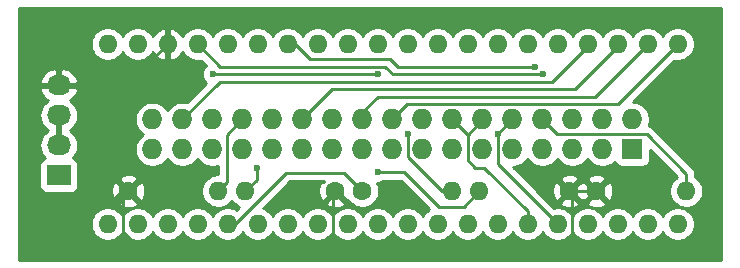
<source format=gbr>
G04 #@! TF.GenerationSoftware,KiCad,Pcbnew,(5.1.6-0-10_14)*
G04 #@! TF.CreationDate,2021-01-24T08:44:23+01:00*
G04 #@! TF.ProjectId,GW,47572e6b-6963-4616-945f-706362585858,rev?*
G04 #@! TF.SameCoordinates,Original*
G04 #@! TF.FileFunction,Copper,L1,Top*
G04 #@! TF.FilePolarity,Positive*
%FSLAX46Y46*%
G04 Gerber Fmt 4.6, Leading zero omitted, Abs format (unit mm)*
G04 Created by KiCad (PCBNEW (5.1.6-0-10_14)) date 2021-01-24 08:44:23*
%MOMM*%
%LPD*%
G01*
G04 APERTURE LIST*
G04 #@! TA.AperFunction,ComponentPad*
%ADD10O,1.600000X1.600000*%
G04 #@! TD*
G04 #@! TA.AperFunction,ComponentPad*
%ADD11R,2.032000X1.727200*%
G04 #@! TD*
G04 #@! TA.AperFunction,ComponentPad*
%ADD12O,2.032000X1.727200*%
G04 #@! TD*
G04 #@! TA.AperFunction,ComponentPad*
%ADD13R,1.727200X1.727200*%
G04 #@! TD*
G04 #@! TA.AperFunction,ComponentPad*
%ADD14O,1.727200X1.727200*%
G04 #@! TD*
G04 #@! TA.AperFunction,ComponentPad*
%ADD15C,1.600000*%
G04 #@! TD*
G04 #@! TA.AperFunction,ViaPad*
%ADD16C,0.600000*%
G04 #@! TD*
G04 #@! TA.AperFunction,Conductor*
%ADD17C,0.250000*%
G04 #@! TD*
G04 #@! TA.AperFunction,Conductor*
%ADD18C,0.500000*%
G04 #@! TD*
G04 #@! TA.AperFunction,Conductor*
%ADD19C,0.254000*%
G04 #@! TD*
G04 APERTURE END LIST*
D10*
X173355000Y-97790000D03*
X170815000Y-97790000D03*
X168275000Y-97790000D03*
X165735000Y-97790000D03*
X163195000Y-97790000D03*
X160655000Y-97790000D03*
X158115000Y-97790000D03*
X155575000Y-97790000D03*
X153035000Y-97790000D03*
X150495000Y-97790000D03*
X147955000Y-97790000D03*
X145415000Y-97790000D03*
X142875000Y-97790000D03*
X140335000Y-97790000D03*
X137795000Y-97790000D03*
X135255000Y-97790000D03*
X132715000Y-97790000D03*
X130175000Y-97790000D03*
X127635000Y-97790000D03*
X125095000Y-97790000D03*
X125095000Y-113030000D03*
X127635000Y-113030000D03*
X130175000Y-113030000D03*
X132715000Y-113030000D03*
X135255000Y-113030000D03*
X137795000Y-113030000D03*
X140335000Y-113030000D03*
X142875000Y-113030000D03*
X145415000Y-113030000D03*
X147955000Y-113030000D03*
X150495000Y-113030000D03*
X153035000Y-113030000D03*
X155575000Y-113030000D03*
X158115000Y-113030000D03*
X160655000Y-113030000D03*
X163195000Y-113030000D03*
X165735000Y-113030000D03*
X168275000Y-113030000D03*
X170815000Y-113030000D03*
X173355000Y-113030000D03*
D11*
X120967500Y-108902500D03*
D12*
X120967500Y-106362500D03*
X120967500Y-103822500D03*
X120967500Y-101282500D03*
D13*
X169514000Y-106692840D03*
D14*
X169514000Y-104152840D03*
X166974000Y-106692840D03*
X166974000Y-104152840D03*
X164434000Y-106692840D03*
X164434000Y-104152840D03*
X161894000Y-106692840D03*
X161894000Y-104152840D03*
X159354000Y-106692840D03*
X159354000Y-104152840D03*
X156814000Y-106692840D03*
X156814000Y-104152840D03*
X154274000Y-106692840D03*
X154274000Y-104152840D03*
X151734000Y-106692840D03*
X151734000Y-104152840D03*
X149194000Y-106692840D03*
X149194000Y-104152840D03*
X146654000Y-106692840D03*
X146654000Y-104152840D03*
X144114000Y-106692840D03*
X144114000Y-104152840D03*
X141574000Y-106692840D03*
X141574000Y-104152840D03*
X139034000Y-106692840D03*
X139034000Y-104152840D03*
X136494000Y-106692840D03*
X136494000Y-104152840D03*
X133954000Y-106692840D03*
X133954000Y-104152840D03*
X131414000Y-106692840D03*
X131414000Y-104152840D03*
X128874000Y-106692840D03*
X128874000Y-104152840D03*
D15*
X146659600Y-110236000D03*
D10*
X154279600Y-110236000D03*
D15*
X166471600Y-110236000D03*
D10*
X174091600Y-110236000D03*
X136753600Y-110236000D03*
D15*
X144373600Y-110236000D03*
X126847600Y-110236000D03*
D10*
X134467600Y-110236000D03*
X156565600Y-110236000D03*
D15*
X164185600Y-110236000D03*
D16*
X158115000Y-105410000D03*
X161290000Y-99695000D03*
X137718802Y-108305600D03*
X133985000Y-100330000D03*
X147955000Y-100330000D03*
X147955000Y-108585000D03*
X161925000Y-100330000D03*
X150495000Y-105410000D03*
D17*
X143900000Y-110490000D02*
X144145000Y-110735000D01*
X164185600Y-110236000D02*
X166471600Y-110236000D01*
X126682500Y-101282500D02*
X130175000Y-97790000D01*
X120967500Y-101282500D02*
X126682500Y-101282500D01*
X126644400Y-110439200D02*
X126847600Y-110236000D01*
X126060200Y-110439200D02*
X126644400Y-110439200D01*
X125628400Y-110871000D02*
X126060200Y-110439200D01*
X118884700Y-101282500D02*
X118592600Y-101574600D01*
X119202200Y-110871000D02*
X125628400Y-110871000D01*
X118592600Y-110261400D02*
X119202200Y-110871000D01*
X118592600Y-101574600D02*
X118592600Y-110261400D01*
X120967500Y-101282500D02*
X118884700Y-101282500D01*
X143778802Y-114554000D02*
X144177801Y-114155001D01*
X127228600Y-114554000D02*
X143778802Y-114554000D01*
X126365000Y-113690400D02*
X127228600Y-114554000D01*
X126365000Y-110718600D02*
X126365000Y-113690400D01*
X126847600Y-110236000D02*
X126365000Y-110718600D01*
X144170400Y-110439200D02*
X144373600Y-110236000D01*
X144170400Y-114162402D02*
X144170400Y-110439200D01*
X144177801Y-114155001D02*
X144170400Y-114162402D01*
X163830000Y-114554000D02*
X144576800Y-114554000D01*
X164439600Y-113944400D02*
X163830000Y-114554000D01*
X164439600Y-110490000D02*
X164439600Y-113944400D01*
X144576800Y-114554000D02*
X144177801Y-114155001D01*
X164185600Y-110236000D02*
X164439600Y-110490000D01*
D18*
X120967500Y-103822500D02*
X120967500Y-106362500D01*
D17*
X163195000Y-113030000D02*
X158115000Y-107950000D01*
X158115000Y-105391840D02*
X159354000Y-104152840D01*
X158115000Y-107950000D02*
X158115000Y-105391840D01*
X158115000Y-105410000D02*
X158115000Y-105391840D01*
X140335000Y-97790000D02*
X140970000Y-97790000D01*
X149675002Y-99695000D02*
X161290000Y-99695000D01*
X149040002Y-99060000D02*
X149675002Y-99695000D01*
X142240000Y-99060000D02*
X149040002Y-99060000D01*
X140970000Y-97790000D02*
X142240000Y-99060000D01*
X174091600Y-108788200D02*
X174091600Y-110236000D01*
X170731840Y-105428440D02*
X174091600Y-108788200D01*
X163169600Y-105428440D02*
X170731840Y-105428440D01*
X161894000Y-104152840D02*
X163169600Y-105428440D01*
X150476840Y-102870000D02*
X149194000Y-104152840D01*
X173355000Y-97790000D02*
X168275000Y-102870000D01*
X168275000Y-102870000D02*
X150476840Y-102870000D01*
X170815000Y-97790000D02*
X166370000Y-102235000D01*
X146654000Y-103536000D02*
X146654000Y-104152840D01*
X147955000Y-102235000D02*
X146654000Y-103536000D01*
X166370000Y-102235000D02*
X147955000Y-102235000D01*
X168275000Y-97790000D02*
X168275000Y-97974998D01*
X144126840Y-101600000D02*
X141574000Y-104152840D01*
X164649998Y-101600000D02*
X144126840Y-101600000D01*
X168275000Y-97974998D02*
X164649998Y-101600000D01*
X137718802Y-109270798D02*
X136753600Y-110236000D01*
X137718802Y-108305600D02*
X137718802Y-109270798D01*
X136494000Y-104152840D02*
X135204200Y-105442640D01*
X135204200Y-109499400D02*
X134467600Y-110236000D01*
X135204200Y-105442640D02*
X135204200Y-109499400D01*
X147955000Y-100330000D02*
X133985000Y-100330000D01*
X153187400Y-111556800D02*
X150215600Y-108585000D01*
X150215600Y-108585000D02*
X147955000Y-108585000D01*
X155244800Y-111556800D02*
X153187400Y-111556800D01*
X156565600Y-110236000D02*
X155244800Y-111556800D01*
X165735000Y-97790000D02*
X165735000Y-97974998D01*
X134601840Y-100965000D02*
X131414000Y-104152840D01*
X162744998Y-100965000D02*
X134601840Y-100965000D01*
X165735000Y-97974998D02*
X162744998Y-100965000D01*
X132715000Y-97790000D02*
X134620000Y-99695000D01*
X149225000Y-100330000D02*
X161925000Y-100330000D01*
X148590000Y-99695000D02*
X149225000Y-100330000D01*
X134620000Y-99695000D02*
X148590000Y-99695000D01*
X155575000Y-105453840D02*
X154274000Y-104152840D01*
X156814000Y-104152840D02*
X156814000Y-104214840D01*
X156814000Y-104214840D02*
X155575000Y-105453840D01*
X155575000Y-107619800D02*
X155575000Y-107111800D01*
X156235400Y-108280200D02*
X155575000Y-107619800D01*
X156997400Y-108280200D02*
X156235400Y-108280200D01*
X155575000Y-107111800D02*
X155575000Y-105453840D01*
X160655000Y-111937800D02*
X156997400Y-108280200D01*
X160655000Y-113030000D02*
X160655000Y-111937800D01*
X135839200Y-113030000D02*
X135255000Y-113030000D01*
X140208000Y-108661200D02*
X135839200Y-113030000D01*
X145084800Y-108661200D02*
X140208000Y-108661200D01*
X146659600Y-110236000D02*
X145084800Y-108661200D01*
X153390600Y-110236000D02*
X154279600Y-110236000D01*
X150495000Y-107340400D02*
X153390600Y-110236000D01*
X150495000Y-105410000D02*
X150495000Y-107340400D01*
D19*
G36*
X177038000Y-116078000D02*
G01*
X117602000Y-116078000D01*
X117602000Y-112888665D01*
X123660000Y-112888665D01*
X123660000Y-113171335D01*
X123715147Y-113448574D01*
X123823320Y-113709727D01*
X123980363Y-113944759D01*
X124180241Y-114144637D01*
X124415273Y-114301680D01*
X124676426Y-114409853D01*
X124953665Y-114465000D01*
X125236335Y-114465000D01*
X125513574Y-114409853D01*
X125774727Y-114301680D01*
X126009759Y-114144637D01*
X126209637Y-113944759D01*
X126365000Y-113712241D01*
X126520363Y-113944759D01*
X126720241Y-114144637D01*
X126955273Y-114301680D01*
X127216426Y-114409853D01*
X127493665Y-114465000D01*
X127776335Y-114465000D01*
X128053574Y-114409853D01*
X128314727Y-114301680D01*
X128549759Y-114144637D01*
X128749637Y-113944759D01*
X128905000Y-113712241D01*
X129060363Y-113944759D01*
X129260241Y-114144637D01*
X129495273Y-114301680D01*
X129756426Y-114409853D01*
X130033665Y-114465000D01*
X130316335Y-114465000D01*
X130593574Y-114409853D01*
X130854727Y-114301680D01*
X131089759Y-114144637D01*
X131289637Y-113944759D01*
X131445000Y-113712241D01*
X131600363Y-113944759D01*
X131800241Y-114144637D01*
X132035273Y-114301680D01*
X132296426Y-114409853D01*
X132573665Y-114465000D01*
X132856335Y-114465000D01*
X133133574Y-114409853D01*
X133394727Y-114301680D01*
X133629759Y-114144637D01*
X133829637Y-113944759D01*
X133985000Y-113712241D01*
X134140363Y-113944759D01*
X134340241Y-114144637D01*
X134575273Y-114301680D01*
X134836426Y-114409853D01*
X135113665Y-114465000D01*
X135396335Y-114465000D01*
X135673574Y-114409853D01*
X135934727Y-114301680D01*
X136169759Y-114144637D01*
X136369637Y-113944759D01*
X136525000Y-113712241D01*
X136680363Y-113944759D01*
X136880241Y-114144637D01*
X137115273Y-114301680D01*
X137376426Y-114409853D01*
X137653665Y-114465000D01*
X137936335Y-114465000D01*
X138213574Y-114409853D01*
X138474727Y-114301680D01*
X138709759Y-114144637D01*
X138909637Y-113944759D01*
X139065000Y-113712241D01*
X139220363Y-113944759D01*
X139420241Y-114144637D01*
X139655273Y-114301680D01*
X139916426Y-114409853D01*
X140193665Y-114465000D01*
X140476335Y-114465000D01*
X140753574Y-114409853D01*
X141014727Y-114301680D01*
X141249759Y-114144637D01*
X141449637Y-113944759D01*
X141605000Y-113712241D01*
X141760363Y-113944759D01*
X141960241Y-114144637D01*
X142195273Y-114301680D01*
X142456426Y-114409853D01*
X142733665Y-114465000D01*
X143016335Y-114465000D01*
X143293574Y-114409853D01*
X143554727Y-114301680D01*
X143789759Y-114144637D01*
X143989637Y-113944759D01*
X144145000Y-113712241D01*
X144300363Y-113944759D01*
X144500241Y-114144637D01*
X144735273Y-114301680D01*
X144996426Y-114409853D01*
X145273665Y-114465000D01*
X145556335Y-114465000D01*
X145833574Y-114409853D01*
X146094727Y-114301680D01*
X146329759Y-114144637D01*
X146529637Y-113944759D01*
X146685000Y-113712241D01*
X146840363Y-113944759D01*
X147040241Y-114144637D01*
X147275273Y-114301680D01*
X147536426Y-114409853D01*
X147813665Y-114465000D01*
X148096335Y-114465000D01*
X148373574Y-114409853D01*
X148634727Y-114301680D01*
X148869759Y-114144637D01*
X149069637Y-113944759D01*
X149225000Y-113712241D01*
X149380363Y-113944759D01*
X149580241Y-114144637D01*
X149815273Y-114301680D01*
X150076426Y-114409853D01*
X150353665Y-114465000D01*
X150636335Y-114465000D01*
X150913574Y-114409853D01*
X151174727Y-114301680D01*
X151409759Y-114144637D01*
X151609637Y-113944759D01*
X151765000Y-113712241D01*
X151920363Y-113944759D01*
X152120241Y-114144637D01*
X152355273Y-114301680D01*
X152616426Y-114409853D01*
X152893665Y-114465000D01*
X153176335Y-114465000D01*
X153453574Y-114409853D01*
X153714727Y-114301680D01*
X153949759Y-114144637D01*
X154149637Y-113944759D01*
X154305000Y-113712241D01*
X154460363Y-113944759D01*
X154660241Y-114144637D01*
X154895273Y-114301680D01*
X155156426Y-114409853D01*
X155433665Y-114465000D01*
X155716335Y-114465000D01*
X155993574Y-114409853D01*
X156254727Y-114301680D01*
X156489759Y-114144637D01*
X156689637Y-113944759D01*
X156845000Y-113712241D01*
X157000363Y-113944759D01*
X157200241Y-114144637D01*
X157435273Y-114301680D01*
X157696426Y-114409853D01*
X157973665Y-114465000D01*
X158256335Y-114465000D01*
X158533574Y-114409853D01*
X158794727Y-114301680D01*
X159029759Y-114144637D01*
X159229637Y-113944759D01*
X159385000Y-113712241D01*
X159540363Y-113944759D01*
X159740241Y-114144637D01*
X159975273Y-114301680D01*
X160236426Y-114409853D01*
X160513665Y-114465000D01*
X160796335Y-114465000D01*
X161073574Y-114409853D01*
X161334727Y-114301680D01*
X161569759Y-114144637D01*
X161769637Y-113944759D01*
X161925000Y-113712241D01*
X162080363Y-113944759D01*
X162280241Y-114144637D01*
X162515273Y-114301680D01*
X162776426Y-114409853D01*
X163053665Y-114465000D01*
X163336335Y-114465000D01*
X163613574Y-114409853D01*
X163874727Y-114301680D01*
X164109759Y-114144637D01*
X164309637Y-113944759D01*
X164465000Y-113712241D01*
X164620363Y-113944759D01*
X164820241Y-114144637D01*
X165055273Y-114301680D01*
X165316426Y-114409853D01*
X165593665Y-114465000D01*
X165876335Y-114465000D01*
X166153574Y-114409853D01*
X166414727Y-114301680D01*
X166649759Y-114144637D01*
X166849637Y-113944759D01*
X167005000Y-113712241D01*
X167160363Y-113944759D01*
X167360241Y-114144637D01*
X167595273Y-114301680D01*
X167856426Y-114409853D01*
X168133665Y-114465000D01*
X168416335Y-114465000D01*
X168693574Y-114409853D01*
X168954727Y-114301680D01*
X169189759Y-114144637D01*
X169389637Y-113944759D01*
X169545000Y-113712241D01*
X169700363Y-113944759D01*
X169900241Y-114144637D01*
X170135273Y-114301680D01*
X170396426Y-114409853D01*
X170673665Y-114465000D01*
X170956335Y-114465000D01*
X171233574Y-114409853D01*
X171494727Y-114301680D01*
X171729759Y-114144637D01*
X171929637Y-113944759D01*
X172085000Y-113712241D01*
X172240363Y-113944759D01*
X172440241Y-114144637D01*
X172675273Y-114301680D01*
X172936426Y-114409853D01*
X173213665Y-114465000D01*
X173496335Y-114465000D01*
X173773574Y-114409853D01*
X174034727Y-114301680D01*
X174269759Y-114144637D01*
X174469637Y-113944759D01*
X174626680Y-113709727D01*
X174734853Y-113448574D01*
X174790000Y-113171335D01*
X174790000Y-112888665D01*
X174734853Y-112611426D01*
X174626680Y-112350273D01*
X174469637Y-112115241D01*
X174269759Y-111915363D01*
X174034727Y-111758320D01*
X173773574Y-111650147D01*
X173496335Y-111595000D01*
X173213665Y-111595000D01*
X172936426Y-111650147D01*
X172675273Y-111758320D01*
X172440241Y-111915363D01*
X172240363Y-112115241D01*
X172085000Y-112347759D01*
X171929637Y-112115241D01*
X171729759Y-111915363D01*
X171494727Y-111758320D01*
X171233574Y-111650147D01*
X170956335Y-111595000D01*
X170673665Y-111595000D01*
X170396426Y-111650147D01*
X170135273Y-111758320D01*
X169900241Y-111915363D01*
X169700363Y-112115241D01*
X169545000Y-112347759D01*
X169389637Y-112115241D01*
X169189759Y-111915363D01*
X168954727Y-111758320D01*
X168693574Y-111650147D01*
X168416335Y-111595000D01*
X168133665Y-111595000D01*
X167856426Y-111650147D01*
X167595273Y-111758320D01*
X167360241Y-111915363D01*
X167160363Y-112115241D01*
X167005000Y-112347759D01*
X166849637Y-112115241D01*
X166649759Y-111915363D01*
X166414727Y-111758320D01*
X166153574Y-111650147D01*
X165876335Y-111595000D01*
X165593665Y-111595000D01*
X165316426Y-111650147D01*
X165055273Y-111758320D01*
X164820241Y-111915363D01*
X164620363Y-112115241D01*
X164465000Y-112347759D01*
X164309637Y-112115241D01*
X164109759Y-111915363D01*
X163874727Y-111758320D01*
X163613574Y-111650147D01*
X163336335Y-111595000D01*
X163053665Y-111595000D01*
X162871114Y-111631312D01*
X162468504Y-111228702D01*
X163372503Y-111228702D01*
X163444086Y-111472671D01*
X163699596Y-111593571D01*
X163973784Y-111662300D01*
X164256112Y-111676217D01*
X164535730Y-111634787D01*
X164801892Y-111539603D01*
X164927114Y-111472671D01*
X164998697Y-111228702D01*
X165658503Y-111228702D01*
X165730086Y-111472671D01*
X165985596Y-111593571D01*
X166259784Y-111662300D01*
X166542112Y-111676217D01*
X166821730Y-111634787D01*
X167087892Y-111539603D01*
X167213114Y-111472671D01*
X167284697Y-111228702D01*
X166471600Y-110415605D01*
X165658503Y-111228702D01*
X164998697Y-111228702D01*
X164185600Y-110415605D01*
X163372503Y-111228702D01*
X162468504Y-111228702D01*
X161546314Y-110306512D01*
X162745383Y-110306512D01*
X162786813Y-110586130D01*
X162881997Y-110852292D01*
X162948929Y-110977514D01*
X163192898Y-111049097D01*
X164005995Y-110236000D01*
X164365205Y-110236000D01*
X165178302Y-111049097D01*
X165328600Y-111004998D01*
X165478898Y-111049097D01*
X166291995Y-110236000D01*
X166651205Y-110236000D01*
X167464302Y-111049097D01*
X167708271Y-110977514D01*
X167829171Y-110722004D01*
X167897900Y-110447816D01*
X167911817Y-110165488D01*
X167870387Y-109885870D01*
X167775203Y-109619708D01*
X167708271Y-109494486D01*
X167464302Y-109422903D01*
X166651205Y-110236000D01*
X166291995Y-110236000D01*
X165478898Y-109422903D01*
X165328600Y-109467002D01*
X165178302Y-109422903D01*
X164365205Y-110236000D01*
X164005995Y-110236000D01*
X163192898Y-109422903D01*
X162948929Y-109494486D01*
X162828029Y-109749996D01*
X162759300Y-110024184D01*
X162745383Y-110306512D01*
X161546314Y-110306512D01*
X160483100Y-109243298D01*
X163372503Y-109243298D01*
X164185600Y-110056395D01*
X164998697Y-109243298D01*
X165658503Y-109243298D01*
X166471600Y-110056395D01*
X167284697Y-109243298D01*
X167213114Y-108999329D01*
X166957604Y-108878429D01*
X166683416Y-108809700D01*
X166401088Y-108795783D01*
X166121470Y-108837213D01*
X165855308Y-108932397D01*
X165730086Y-108999329D01*
X165658503Y-109243298D01*
X164998697Y-109243298D01*
X164927114Y-108999329D01*
X164671604Y-108878429D01*
X164397416Y-108809700D01*
X164115088Y-108795783D01*
X163835470Y-108837213D01*
X163569308Y-108932397D01*
X163444086Y-108999329D01*
X163372503Y-109243298D01*
X160483100Y-109243298D01*
X159431241Y-108191440D01*
X159501599Y-108191440D01*
X159791125Y-108133850D01*
X160063853Y-108020882D01*
X160309302Y-107856879D01*
X160518039Y-107648142D01*
X160624000Y-107489559D01*
X160729961Y-107648142D01*
X160938698Y-107856879D01*
X161184147Y-108020882D01*
X161456875Y-108133850D01*
X161746401Y-108191440D01*
X162041599Y-108191440D01*
X162331125Y-108133850D01*
X162603853Y-108020882D01*
X162849302Y-107856879D01*
X163058039Y-107648142D01*
X163164000Y-107489559D01*
X163269961Y-107648142D01*
X163478698Y-107856879D01*
X163724147Y-108020882D01*
X163996875Y-108133850D01*
X164286401Y-108191440D01*
X164581599Y-108191440D01*
X164871125Y-108133850D01*
X165143853Y-108020882D01*
X165389302Y-107856879D01*
X165598039Y-107648142D01*
X165704000Y-107489559D01*
X165809961Y-107648142D01*
X166018698Y-107856879D01*
X166264147Y-108020882D01*
X166536875Y-108133850D01*
X166826401Y-108191440D01*
X167121599Y-108191440D01*
X167411125Y-108133850D01*
X167683853Y-108020882D01*
X167929302Y-107856879D01*
X168043364Y-107742817D01*
X168060898Y-107800620D01*
X168119863Y-107910934D01*
X168199215Y-108007625D01*
X168295906Y-108086977D01*
X168406220Y-108145942D01*
X168525918Y-108182252D01*
X168650400Y-108194512D01*
X170377600Y-108194512D01*
X170502082Y-108182252D01*
X170621780Y-108145942D01*
X170732094Y-108086977D01*
X170828785Y-108007625D01*
X170908137Y-107910934D01*
X170967102Y-107800620D01*
X171003412Y-107680922D01*
X171015672Y-107556440D01*
X171015672Y-106787073D01*
X173280619Y-109052021D01*
X173176841Y-109121363D01*
X172976963Y-109321241D01*
X172819920Y-109556273D01*
X172711747Y-109817426D01*
X172656600Y-110094665D01*
X172656600Y-110377335D01*
X172711747Y-110654574D01*
X172819920Y-110915727D01*
X172976963Y-111150759D01*
X173176841Y-111350637D01*
X173411873Y-111507680D01*
X173673026Y-111615853D01*
X173950265Y-111671000D01*
X174232935Y-111671000D01*
X174510174Y-111615853D01*
X174771327Y-111507680D01*
X175006359Y-111350637D01*
X175206237Y-111150759D01*
X175363280Y-110915727D01*
X175471453Y-110654574D01*
X175526600Y-110377335D01*
X175526600Y-110094665D01*
X175471453Y-109817426D01*
X175363280Y-109556273D01*
X175206237Y-109321241D01*
X175006359Y-109121363D01*
X174851600Y-109017957D01*
X174851600Y-108825522D01*
X174855276Y-108788199D01*
X174851600Y-108750876D01*
X174851600Y-108750867D01*
X174840603Y-108639214D01*
X174797146Y-108495953D01*
X174726574Y-108363924D01*
X174631601Y-108248199D01*
X174602604Y-108224402D01*
X171295644Y-104917443D01*
X171271841Y-104888439D01*
X171156116Y-104793466D01*
X171024087Y-104722894D01*
X170913806Y-104689441D01*
X170955010Y-104589965D01*
X171012600Y-104300439D01*
X171012600Y-104005241D01*
X170955010Y-103715715D01*
X170842042Y-103442987D01*
X170678039Y-103197538D01*
X170469302Y-102988801D01*
X170223853Y-102824798D01*
X169951125Y-102711830D01*
X169661599Y-102654240D01*
X169565561Y-102654240D01*
X173031114Y-99188688D01*
X173213665Y-99225000D01*
X173496335Y-99225000D01*
X173773574Y-99169853D01*
X174034727Y-99061680D01*
X174269759Y-98904637D01*
X174469637Y-98704759D01*
X174626680Y-98469727D01*
X174734853Y-98208574D01*
X174790000Y-97931335D01*
X174790000Y-97648665D01*
X174734853Y-97371426D01*
X174626680Y-97110273D01*
X174469637Y-96875241D01*
X174269759Y-96675363D01*
X174034727Y-96518320D01*
X173773574Y-96410147D01*
X173496335Y-96355000D01*
X173213665Y-96355000D01*
X172936426Y-96410147D01*
X172675273Y-96518320D01*
X172440241Y-96675363D01*
X172240363Y-96875241D01*
X172085000Y-97107759D01*
X171929637Y-96875241D01*
X171729759Y-96675363D01*
X171494727Y-96518320D01*
X171233574Y-96410147D01*
X170956335Y-96355000D01*
X170673665Y-96355000D01*
X170396426Y-96410147D01*
X170135273Y-96518320D01*
X169900241Y-96675363D01*
X169700363Y-96875241D01*
X169545000Y-97107759D01*
X169389637Y-96875241D01*
X169189759Y-96675363D01*
X168954727Y-96518320D01*
X168693574Y-96410147D01*
X168416335Y-96355000D01*
X168133665Y-96355000D01*
X167856426Y-96410147D01*
X167595273Y-96518320D01*
X167360241Y-96675363D01*
X167160363Y-96875241D01*
X167005000Y-97107759D01*
X166849637Y-96875241D01*
X166649759Y-96675363D01*
X166414727Y-96518320D01*
X166153574Y-96410147D01*
X165876335Y-96355000D01*
X165593665Y-96355000D01*
X165316426Y-96410147D01*
X165055273Y-96518320D01*
X164820241Y-96675363D01*
X164620363Y-96875241D01*
X164465000Y-97107759D01*
X164309637Y-96875241D01*
X164109759Y-96675363D01*
X163874727Y-96518320D01*
X163613574Y-96410147D01*
X163336335Y-96355000D01*
X163053665Y-96355000D01*
X162776426Y-96410147D01*
X162515273Y-96518320D01*
X162280241Y-96675363D01*
X162080363Y-96875241D01*
X161925000Y-97107759D01*
X161769637Y-96875241D01*
X161569759Y-96675363D01*
X161334727Y-96518320D01*
X161073574Y-96410147D01*
X160796335Y-96355000D01*
X160513665Y-96355000D01*
X160236426Y-96410147D01*
X159975273Y-96518320D01*
X159740241Y-96675363D01*
X159540363Y-96875241D01*
X159385000Y-97107759D01*
X159229637Y-96875241D01*
X159029759Y-96675363D01*
X158794727Y-96518320D01*
X158533574Y-96410147D01*
X158256335Y-96355000D01*
X157973665Y-96355000D01*
X157696426Y-96410147D01*
X157435273Y-96518320D01*
X157200241Y-96675363D01*
X157000363Y-96875241D01*
X156845000Y-97107759D01*
X156689637Y-96875241D01*
X156489759Y-96675363D01*
X156254727Y-96518320D01*
X155993574Y-96410147D01*
X155716335Y-96355000D01*
X155433665Y-96355000D01*
X155156426Y-96410147D01*
X154895273Y-96518320D01*
X154660241Y-96675363D01*
X154460363Y-96875241D01*
X154305000Y-97107759D01*
X154149637Y-96875241D01*
X153949759Y-96675363D01*
X153714727Y-96518320D01*
X153453574Y-96410147D01*
X153176335Y-96355000D01*
X152893665Y-96355000D01*
X152616426Y-96410147D01*
X152355273Y-96518320D01*
X152120241Y-96675363D01*
X151920363Y-96875241D01*
X151765000Y-97107759D01*
X151609637Y-96875241D01*
X151409759Y-96675363D01*
X151174727Y-96518320D01*
X150913574Y-96410147D01*
X150636335Y-96355000D01*
X150353665Y-96355000D01*
X150076426Y-96410147D01*
X149815273Y-96518320D01*
X149580241Y-96675363D01*
X149380363Y-96875241D01*
X149225000Y-97107759D01*
X149069637Y-96875241D01*
X148869759Y-96675363D01*
X148634727Y-96518320D01*
X148373574Y-96410147D01*
X148096335Y-96355000D01*
X147813665Y-96355000D01*
X147536426Y-96410147D01*
X147275273Y-96518320D01*
X147040241Y-96675363D01*
X146840363Y-96875241D01*
X146685000Y-97107759D01*
X146529637Y-96875241D01*
X146329759Y-96675363D01*
X146094727Y-96518320D01*
X145833574Y-96410147D01*
X145556335Y-96355000D01*
X145273665Y-96355000D01*
X144996426Y-96410147D01*
X144735273Y-96518320D01*
X144500241Y-96675363D01*
X144300363Y-96875241D01*
X144145000Y-97107759D01*
X143989637Y-96875241D01*
X143789759Y-96675363D01*
X143554727Y-96518320D01*
X143293574Y-96410147D01*
X143016335Y-96355000D01*
X142733665Y-96355000D01*
X142456426Y-96410147D01*
X142195273Y-96518320D01*
X141960241Y-96675363D01*
X141760363Y-96875241D01*
X141605000Y-97107759D01*
X141449637Y-96875241D01*
X141249759Y-96675363D01*
X141014727Y-96518320D01*
X140753574Y-96410147D01*
X140476335Y-96355000D01*
X140193665Y-96355000D01*
X139916426Y-96410147D01*
X139655273Y-96518320D01*
X139420241Y-96675363D01*
X139220363Y-96875241D01*
X139065000Y-97107759D01*
X138909637Y-96875241D01*
X138709759Y-96675363D01*
X138474727Y-96518320D01*
X138213574Y-96410147D01*
X137936335Y-96355000D01*
X137653665Y-96355000D01*
X137376426Y-96410147D01*
X137115273Y-96518320D01*
X136880241Y-96675363D01*
X136680363Y-96875241D01*
X136525000Y-97107759D01*
X136369637Y-96875241D01*
X136169759Y-96675363D01*
X135934727Y-96518320D01*
X135673574Y-96410147D01*
X135396335Y-96355000D01*
X135113665Y-96355000D01*
X134836426Y-96410147D01*
X134575273Y-96518320D01*
X134340241Y-96675363D01*
X134140363Y-96875241D01*
X133985000Y-97107759D01*
X133829637Y-96875241D01*
X133629759Y-96675363D01*
X133394727Y-96518320D01*
X133133574Y-96410147D01*
X132856335Y-96355000D01*
X132573665Y-96355000D01*
X132296426Y-96410147D01*
X132035273Y-96518320D01*
X131800241Y-96675363D01*
X131600363Y-96875241D01*
X131443320Y-97110273D01*
X131438933Y-97120865D01*
X131327385Y-96934869D01*
X131138414Y-96726481D01*
X130912420Y-96558963D01*
X130658087Y-96438754D01*
X130524039Y-96398096D01*
X130302000Y-96520085D01*
X130302000Y-97663000D01*
X130322000Y-97663000D01*
X130322000Y-97917000D01*
X130302000Y-97917000D01*
X130302000Y-99059915D01*
X130524039Y-99181904D01*
X130658087Y-99141246D01*
X130912420Y-99021037D01*
X131138414Y-98853519D01*
X131327385Y-98645131D01*
X131438933Y-98459135D01*
X131443320Y-98469727D01*
X131600363Y-98704759D01*
X131800241Y-98904637D01*
X132035273Y-99061680D01*
X132296426Y-99169853D01*
X132573665Y-99225000D01*
X132856335Y-99225000D01*
X133038886Y-99188688D01*
X133427915Y-99577717D01*
X133388972Y-99603738D01*
X133258738Y-99733972D01*
X133156414Y-99887111D01*
X133085932Y-100057271D01*
X133050000Y-100237911D01*
X133050000Y-100422089D01*
X133085932Y-100602729D01*
X133156414Y-100772889D01*
X133258738Y-100926028D01*
X133388972Y-101056262D01*
X133417029Y-101075009D01*
X131791974Y-102700064D01*
X131561599Y-102654240D01*
X131266401Y-102654240D01*
X130976875Y-102711830D01*
X130704147Y-102824798D01*
X130458698Y-102988801D01*
X130249961Y-103197538D01*
X130144000Y-103356121D01*
X130038039Y-103197538D01*
X129829302Y-102988801D01*
X129583853Y-102824798D01*
X129311125Y-102711830D01*
X129021599Y-102654240D01*
X128726401Y-102654240D01*
X128436875Y-102711830D01*
X128164147Y-102824798D01*
X127918698Y-102988801D01*
X127709961Y-103197538D01*
X127545958Y-103442987D01*
X127432990Y-103715715D01*
X127375400Y-104005241D01*
X127375400Y-104300439D01*
X127432990Y-104589965D01*
X127545958Y-104862693D01*
X127709961Y-105108142D01*
X127918698Y-105316879D01*
X128077281Y-105422840D01*
X127918698Y-105528801D01*
X127709961Y-105737538D01*
X127545958Y-105982987D01*
X127432990Y-106255715D01*
X127375400Y-106545241D01*
X127375400Y-106840439D01*
X127432990Y-107129965D01*
X127545958Y-107402693D01*
X127709961Y-107648142D01*
X127918698Y-107856879D01*
X128164147Y-108020882D01*
X128436875Y-108133850D01*
X128726401Y-108191440D01*
X129021599Y-108191440D01*
X129311125Y-108133850D01*
X129583853Y-108020882D01*
X129829302Y-107856879D01*
X130038039Y-107648142D01*
X130144000Y-107489559D01*
X130249961Y-107648142D01*
X130458698Y-107856879D01*
X130704147Y-108020882D01*
X130976875Y-108133850D01*
X131266401Y-108191440D01*
X131561599Y-108191440D01*
X131851125Y-108133850D01*
X132123853Y-108020882D01*
X132369302Y-107856879D01*
X132578039Y-107648142D01*
X132684000Y-107489559D01*
X132789961Y-107648142D01*
X132998698Y-107856879D01*
X133244147Y-108020882D01*
X133516875Y-108133850D01*
X133806401Y-108191440D01*
X134101599Y-108191440D01*
X134391125Y-108133850D01*
X134444201Y-108111865D01*
X134444201Y-108801000D01*
X134326265Y-108801000D01*
X134049026Y-108856147D01*
X133787873Y-108964320D01*
X133552841Y-109121363D01*
X133352963Y-109321241D01*
X133195920Y-109556273D01*
X133087747Y-109817426D01*
X133032600Y-110094665D01*
X133032600Y-110377335D01*
X133087747Y-110654574D01*
X133195920Y-110915727D01*
X133352963Y-111150759D01*
X133552841Y-111350637D01*
X133787873Y-111507680D01*
X134049026Y-111615853D01*
X134326265Y-111671000D01*
X134608935Y-111671000D01*
X134886174Y-111615853D01*
X135147327Y-111507680D01*
X135382359Y-111350637D01*
X135582237Y-111150759D01*
X135610600Y-111108311D01*
X135638963Y-111150759D01*
X135838841Y-111350637D01*
X136073873Y-111507680D01*
X136224378Y-111570021D01*
X135995483Y-111798916D01*
X135934727Y-111758320D01*
X135673574Y-111650147D01*
X135396335Y-111595000D01*
X135113665Y-111595000D01*
X134836426Y-111650147D01*
X134575273Y-111758320D01*
X134340241Y-111915363D01*
X134140363Y-112115241D01*
X133985000Y-112347759D01*
X133829637Y-112115241D01*
X133629759Y-111915363D01*
X133394727Y-111758320D01*
X133133574Y-111650147D01*
X132856335Y-111595000D01*
X132573665Y-111595000D01*
X132296426Y-111650147D01*
X132035273Y-111758320D01*
X131800241Y-111915363D01*
X131600363Y-112115241D01*
X131445000Y-112347759D01*
X131289637Y-112115241D01*
X131089759Y-111915363D01*
X130854727Y-111758320D01*
X130593574Y-111650147D01*
X130316335Y-111595000D01*
X130033665Y-111595000D01*
X129756426Y-111650147D01*
X129495273Y-111758320D01*
X129260241Y-111915363D01*
X129060363Y-112115241D01*
X128905000Y-112347759D01*
X128749637Y-112115241D01*
X128549759Y-111915363D01*
X128314727Y-111758320D01*
X128053574Y-111650147D01*
X127776335Y-111595000D01*
X127493665Y-111595000D01*
X127216426Y-111650147D01*
X126955273Y-111758320D01*
X126720241Y-111915363D01*
X126520363Y-112115241D01*
X126365000Y-112347759D01*
X126209637Y-112115241D01*
X126009759Y-111915363D01*
X125774727Y-111758320D01*
X125513574Y-111650147D01*
X125236335Y-111595000D01*
X124953665Y-111595000D01*
X124676426Y-111650147D01*
X124415273Y-111758320D01*
X124180241Y-111915363D01*
X123980363Y-112115241D01*
X123823320Y-112350273D01*
X123715147Y-112611426D01*
X123660000Y-112888665D01*
X117602000Y-112888665D01*
X117602000Y-111228702D01*
X126034503Y-111228702D01*
X126106086Y-111472671D01*
X126361596Y-111593571D01*
X126635784Y-111662300D01*
X126918112Y-111676217D01*
X127197730Y-111634787D01*
X127463892Y-111539603D01*
X127589114Y-111472671D01*
X127660697Y-111228702D01*
X126847600Y-110415605D01*
X126034503Y-111228702D01*
X117602000Y-111228702D01*
X117602000Y-103822500D01*
X119309249Y-103822500D01*
X119338184Y-104116277D01*
X119423875Y-104398764D01*
X119563031Y-104659106D01*
X119750303Y-104887297D01*
X119978494Y-105074569D01*
X120012040Y-105092500D01*
X119978494Y-105110431D01*
X119750303Y-105297703D01*
X119563031Y-105525894D01*
X119423875Y-105786236D01*
X119338184Y-106068723D01*
X119309249Y-106362500D01*
X119338184Y-106656277D01*
X119423875Y-106938764D01*
X119563031Y-107199106D01*
X119750303Y-107427297D01*
X119758365Y-107433914D01*
X119707320Y-107449398D01*
X119597006Y-107508363D01*
X119500315Y-107587715D01*
X119420963Y-107684406D01*
X119361998Y-107794720D01*
X119325688Y-107914418D01*
X119313428Y-108038900D01*
X119313428Y-109766100D01*
X119325688Y-109890582D01*
X119361998Y-110010280D01*
X119420963Y-110120594D01*
X119500315Y-110217285D01*
X119597006Y-110296637D01*
X119707320Y-110355602D01*
X119827018Y-110391912D01*
X119951500Y-110404172D01*
X121983500Y-110404172D01*
X122107982Y-110391912D01*
X122227680Y-110355602D01*
X122319519Y-110306512D01*
X125407383Y-110306512D01*
X125448813Y-110586130D01*
X125543997Y-110852292D01*
X125610929Y-110977514D01*
X125854898Y-111049097D01*
X126667995Y-110236000D01*
X127027205Y-110236000D01*
X127840302Y-111049097D01*
X128084271Y-110977514D01*
X128205171Y-110722004D01*
X128273900Y-110447816D01*
X128287817Y-110165488D01*
X128246387Y-109885870D01*
X128151203Y-109619708D01*
X128084271Y-109494486D01*
X127840302Y-109422903D01*
X127027205Y-110236000D01*
X126667995Y-110236000D01*
X125854898Y-109422903D01*
X125610929Y-109494486D01*
X125490029Y-109749996D01*
X125421300Y-110024184D01*
X125407383Y-110306512D01*
X122319519Y-110306512D01*
X122337994Y-110296637D01*
X122434685Y-110217285D01*
X122514037Y-110120594D01*
X122573002Y-110010280D01*
X122609312Y-109890582D01*
X122621572Y-109766100D01*
X122621572Y-109243298D01*
X126034503Y-109243298D01*
X126847600Y-110056395D01*
X127660697Y-109243298D01*
X127589114Y-108999329D01*
X127333604Y-108878429D01*
X127059416Y-108809700D01*
X126777088Y-108795783D01*
X126497470Y-108837213D01*
X126231308Y-108932397D01*
X126106086Y-108999329D01*
X126034503Y-109243298D01*
X122621572Y-109243298D01*
X122621572Y-108038900D01*
X122609312Y-107914418D01*
X122573002Y-107794720D01*
X122514037Y-107684406D01*
X122434685Y-107587715D01*
X122337994Y-107508363D01*
X122227680Y-107449398D01*
X122176635Y-107433914D01*
X122184697Y-107427297D01*
X122371969Y-107199106D01*
X122511125Y-106938764D01*
X122596816Y-106656277D01*
X122625751Y-106362500D01*
X122596816Y-106068723D01*
X122511125Y-105786236D01*
X122371969Y-105525894D01*
X122184697Y-105297703D01*
X121956506Y-105110431D01*
X121922960Y-105092500D01*
X121956506Y-105074569D01*
X122184697Y-104887297D01*
X122371969Y-104659106D01*
X122511125Y-104398764D01*
X122596816Y-104116277D01*
X122625751Y-103822500D01*
X122596816Y-103528723D01*
X122511125Y-103246236D01*
X122371969Y-102985894D01*
X122184697Y-102757703D01*
X121956506Y-102570431D01*
X121916553Y-102549076D01*
X122119229Y-102400986D01*
X122318233Y-102184535D01*
X122471186Y-101933419D01*
X122572209Y-101657289D01*
X122574858Y-101641526D01*
X122453717Y-101409500D01*
X121094500Y-101409500D01*
X121094500Y-101429500D01*
X120840500Y-101429500D01*
X120840500Y-101409500D01*
X119481283Y-101409500D01*
X119360142Y-101641526D01*
X119362791Y-101657289D01*
X119463814Y-101933419D01*
X119616767Y-102184535D01*
X119815771Y-102400986D01*
X120018447Y-102549076D01*
X119978494Y-102570431D01*
X119750303Y-102757703D01*
X119563031Y-102985894D01*
X119423875Y-103246236D01*
X119338184Y-103528723D01*
X119309249Y-103822500D01*
X117602000Y-103822500D01*
X117602000Y-100923474D01*
X119360142Y-100923474D01*
X119481283Y-101155500D01*
X120840500Y-101155500D01*
X120840500Y-99941575D01*
X121094500Y-99941575D01*
X121094500Y-101155500D01*
X122453717Y-101155500D01*
X122574858Y-100923474D01*
X122572209Y-100907711D01*
X122471186Y-100631581D01*
X122318233Y-100380465D01*
X122119229Y-100164014D01*
X121881821Y-99990546D01*
X121615133Y-99866727D01*
X121329414Y-99797315D01*
X121094500Y-99941575D01*
X120840500Y-99941575D01*
X120605586Y-99797315D01*
X120319867Y-99866727D01*
X120053179Y-99990546D01*
X119815771Y-100164014D01*
X119616767Y-100380465D01*
X119463814Y-100631581D01*
X119362791Y-100907711D01*
X119360142Y-100923474D01*
X117602000Y-100923474D01*
X117602000Y-97648665D01*
X123660000Y-97648665D01*
X123660000Y-97931335D01*
X123715147Y-98208574D01*
X123823320Y-98469727D01*
X123980363Y-98704759D01*
X124180241Y-98904637D01*
X124415273Y-99061680D01*
X124676426Y-99169853D01*
X124953665Y-99225000D01*
X125236335Y-99225000D01*
X125513574Y-99169853D01*
X125774727Y-99061680D01*
X126009759Y-98904637D01*
X126209637Y-98704759D01*
X126365000Y-98472241D01*
X126520363Y-98704759D01*
X126720241Y-98904637D01*
X126955273Y-99061680D01*
X127216426Y-99169853D01*
X127493665Y-99225000D01*
X127776335Y-99225000D01*
X128053574Y-99169853D01*
X128314727Y-99061680D01*
X128549759Y-98904637D01*
X128749637Y-98704759D01*
X128906680Y-98469727D01*
X128911067Y-98459135D01*
X129022615Y-98645131D01*
X129211586Y-98853519D01*
X129437580Y-99021037D01*
X129691913Y-99141246D01*
X129825961Y-99181904D01*
X130048000Y-99059915D01*
X130048000Y-97917000D01*
X130028000Y-97917000D01*
X130028000Y-97663000D01*
X130048000Y-97663000D01*
X130048000Y-96520085D01*
X129825961Y-96398096D01*
X129691913Y-96438754D01*
X129437580Y-96558963D01*
X129211586Y-96726481D01*
X129022615Y-96934869D01*
X128911067Y-97120865D01*
X128906680Y-97110273D01*
X128749637Y-96875241D01*
X128549759Y-96675363D01*
X128314727Y-96518320D01*
X128053574Y-96410147D01*
X127776335Y-96355000D01*
X127493665Y-96355000D01*
X127216426Y-96410147D01*
X126955273Y-96518320D01*
X126720241Y-96675363D01*
X126520363Y-96875241D01*
X126365000Y-97107759D01*
X126209637Y-96875241D01*
X126009759Y-96675363D01*
X125774727Y-96518320D01*
X125513574Y-96410147D01*
X125236335Y-96355000D01*
X124953665Y-96355000D01*
X124676426Y-96410147D01*
X124415273Y-96518320D01*
X124180241Y-96675363D01*
X123980363Y-96875241D01*
X123823320Y-97110273D01*
X123715147Y-97371426D01*
X123660000Y-97648665D01*
X117602000Y-97648665D01*
X117602000Y-94742000D01*
X177038000Y-94742000D01*
X177038000Y-116078000D01*
G37*
X177038000Y-116078000D02*
X117602000Y-116078000D01*
X117602000Y-112888665D01*
X123660000Y-112888665D01*
X123660000Y-113171335D01*
X123715147Y-113448574D01*
X123823320Y-113709727D01*
X123980363Y-113944759D01*
X124180241Y-114144637D01*
X124415273Y-114301680D01*
X124676426Y-114409853D01*
X124953665Y-114465000D01*
X125236335Y-114465000D01*
X125513574Y-114409853D01*
X125774727Y-114301680D01*
X126009759Y-114144637D01*
X126209637Y-113944759D01*
X126365000Y-113712241D01*
X126520363Y-113944759D01*
X126720241Y-114144637D01*
X126955273Y-114301680D01*
X127216426Y-114409853D01*
X127493665Y-114465000D01*
X127776335Y-114465000D01*
X128053574Y-114409853D01*
X128314727Y-114301680D01*
X128549759Y-114144637D01*
X128749637Y-113944759D01*
X128905000Y-113712241D01*
X129060363Y-113944759D01*
X129260241Y-114144637D01*
X129495273Y-114301680D01*
X129756426Y-114409853D01*
X130033665Y-114465000D01*
X130316335Y-114465000D01*
X130593574Y-114409853D01*
X130854727Y-114301680D01*
X131089759Y-114144637D01*
X131289637Y-113944759D01*
X131445000Y-113712241D01*
X131600363Y-113944759D01*
X131800241Y-114144637D01*
X132035273Y-114301680D01*
X132296426Y-114409853D01*
X132573665Y-114465000D01*
X132856335Y-114465000D01*
X133133574Y-114409853D01*
X133394727Y-114301680D01*
X133629759Y-114144637D01*
X133829637Y-113944759D01*
X133985000Y-113712241D01*
X134140363Y-113944759D01*
X134340241Y-114144637D01*
X134575273Y-114301680D01*
X134836426Y-114409853D01*
X135113665Y-114465000D01*
X135396335Y-114465000D01*
X135673574Y-114409853D01*
X135934727Y-114301680D01*
X136169759Y-114144637D01*
X136369637Y-113944759D01*
X136525000Y-113712241D01*
X136680363Y-113944759D01*
X136880241Y-114144637D01*
X137115273Y-114301680D01*
X137376426Y-114409853D01*
X137653665Y-114465000D01*
X137936335Y-114465000D01*
X138213574Y-114409853D01*
X138474727Y-114301680D01*
X138709759Y-114144637D01*
X138909637Y-113944759D01*
X139065000Y-113712241D01*
X139220363Y-113944759D01*
X139420241Y-114144637D01*
X139655273Y-114301680D01*
X139916426Y-114409853D01*
X140193665Y-114465000D01*
X140476335Y-114465000D01*
X140753574Y-114409853D01*
X141014727Y-114301680D01*
X141249759Y-114144637D01*
X141449637Y-113944759D01*
X141605000Y-113712241D01*
X141760363Y-113944759D01*
X141960241Y-114144637D01*
X142195273Y-114301680D01*
X142456426Y-114409853D01*
X142733665Y-114465000D01*
X143016335Y-114465000D01*
X143293574Y-114409853D01*
X143554727Y-114301680D01*
X143789759Y-114144637D01*
X143989637Y-113944759D01*
X144145000Y-113712241D01*
X144300363Y-113944759D01*
X144500241Y-114144637D01*
X144735273Y-114301680D01*
X144996426Y-114409853D01*
X145273665Y-114465000D01*
X145556335Y-114465000D01*
X145833574Y-114409853D01*
X146094727Y-114301680D01*
X146329759Y-114144637D01*
X146529637Y-113944759D01*
X146685000Y-113712241D01*
X146840363Y-113944759D01*
X147040241Y-114144637D01*
X147275273Y-114301680D01*
X147536426Y-114409853D01*
X147813665Y-114465000D01*
X148096335Y-114465000D01*
X148373574Y-114409853D01*
X148634727Y-114301680D01*
X148869759Y-114144637D01*
X149069637Y-113944759D01*
X149225000Y-113712241D01*
X149380363Y-113944759D01*
X149580241Y-114144637D01*
X149815273Y-114301680D01*
X150076426Y-114409853D01*
X150353665Y-114465000D01*
X150636335Y-114465000D01*
X150913574Y-114409853D01*
X151174727Y-114301680D01*
X151409759Y-114144637D01*
X151609637Y-113944759D01*
X151765000Y-113712241D01*
X151920363Y-113944759D01*
X152120241Y-114144637D01*
X152355273Y-114301680D01*
X152616426Y-114409853D01*
X152893665Y-114465000D01*
X153176335Y-114465000D01*
X153453574Y-114409853D01*
X153714727Y-114301680D01*
X153949759Y-114144637D01*
X154149637Y-113944759D01*
X154305000Y-113712241D01*
X154460363Y-113944759D01*
X154660241Y-114144637D01*
X154895273Y-114301680D01*
X155156426Y-114409853D01*
X155433665Y-114465000D01*
X155716335Y-114465000D01*
X155993574Y-114409853D01*
X156254727Y-114301680D01*
X156489759Y-114144637D01*
X156689637Y-113944759D01*
X156845000Y-113712241D01*
X157000363Y-113944759D01*
X157200241Y-114144637D01*
X157435273Y-114301680D01*
X157696426Y-114409853D01*
X157973665Y-114465000D01*
X158256335Y-114465000D01*
X158533574Y-114409853D01*
X158794727Y-114301680D01*
X159029759Y-114144637D01*
X159229637Y-113944759D01*
X159385000Y-113712241D01*
X159540363Y-113944759D01*
X159740241Y-114144637D01*
X159975273Y-114301680D01*
X160236426Y-114409853D01*
X160513665Y-114465000D01*
X160796335Y-114465000D01*
X161073574Y-114409853D01*
X161334727Y-114301680D01*
X161569759Y-114144637D01*
X161769637Y-113944759D01*
X161925000Y-113712241D01*
X162080363Y-113944759D01*
X162280241Y-114144637D01*
X162515273Y-114301680D01*
X162776426Y-114409853D01*
X163053665Y-114465000D01*
X163336335Y-114465000D01*
X163613574Y-114409853D01*
X163874727Y-114301680D01*
X164109759Y-114144637D01*
X164309637Y-113944759D01*
X164465000Y-113712241D01*
X164620363Y-113944759D01*
X164820241Y-114144637D01*
X165055273Y-114301680D01*
X165316426Y-114409853D01*
X165593665Y-114465000D01*
X165876335Y-114465000D01*
X166153574Y-114409853D01*
X166414727Y-114301680D01*
X166649759Y-114144637D01*
X166849637Y-113944759D01*
X167005000Y-113712241D01*
X167160363Y-113944759D01*
X167360241Y-114144637D01*
X167595273Y-114301680D01*
X167856426Y-114409853D01*
X168133665Y-114465000D01*
X168416335Y-114465000D01*
X168693574Y-114409853D01*
X168954727Y-114301680D01*
X169189759Y-114144637D01*
X169389637Y-113944759D01*
X169545000Y-113712241D01*
X169700363Y-113944759D01*
X169900241Y-114144637D01*
X170135273Y-114301680D01*
X170396426Y-114409853D01*
X170673665Y-114465000D01*
X170956335Y-114465000D01*
X171233574Y-114409853D01*
X171494727Y-114301680D01*
X171729759Y-114144637D01*
X171929637Y-113944759D01*
X172085000Y-113712241D01*
X172240363Y-113944759D01*
X172440241Y-114144637D01*
X172675273Y-114301680D01*
X172936426Y-114409853D01*
X173213665Y-114465000D01*
X173496335Y-114465000D01*
X173773574Y-114409853D01*
X174034727Y-114301680D01*
X174269759Y-114144637D01*
X174469637Y-113944759D01*
X174626680Y-113709727D01*
X174734853Y-113448574D01*
X174790000Y-113171335D01*
X174790000Y-112888665D01*
X174734853Y-112611426D01*
X174626680Y-112350273D01*
X174469637Y-112115241D01*
X174269759Y-111915363D01*
X174034727Y-111758320D01*
X173773574Y-111650147D01*
X173496335Y-111595000D01*
X173213665Y-111595000D01*
X172936426Y-111650147D01*
X172675273Y-111758320D01*
X172440241Y-111915363D01*
X172240363Y-112115241D01*
X172085000Y-112347759D01*
X171929637Y-112115241D01*
X171729759Y-111915363D01*
X171494727Y-111758320D01*
X171233574Y-111650147D01*
X170956335Y-111595000D01*
X170673665Y-111595000D01*
X170396426Y-111650147D01*
X170135273Y-111758320D01*
X169900241Y-111915363D01*
X169700363Y-112115241D01*
X169545000Y-112347759D01*
X169389637Y-112115241D01*
X169189759Y-111915363D01*
X168954727Y-111758320D01*
X168693574Y-111650147D01*
X168416335Y-111595000D01*
X168133665Y-111595000D01*
X167856426Y-111650147D01*
X167595273Y-111758320D01*
X167360241Y-111915363D01*
X167160363Y-112115241D01*
X167005000Y-112347759D01*
X166849637Y-112115241D01*
X166649759Y-111915363D01*
X166414727Y-111758320D01*
X166153574Y-111650147D01*
X165876335Y-111595000D01*
X165593665Y-111595000D01*
X165316426Y-111650147D01*
X165055273Y-111758320D01*
X164820241Y-111915363D01*
X164620363Y-112115241D01*
X164465000Y-112347759D01*
X164309637Y-112115241D01*
X164109759Y-111915363D01*
X163874727Y-111758320D01*
X163613574Y-111650147D01*
X163336335Y-111595000D01*
X163053665Y-111595000D01*
X162871114Y-111631312D01*
X162468504Y-111228702D01*
X163372503Y-111228702D01*
X163444086Y-111472671D01*
X163699596Y-111593571D01*
X163973784Y-111662300D01*
X164256112Y-111676217D01*
X164535730Y-111634787D01*
X164801892Y-111539603D01*
X164927114Y-111472671D01*
X164998697Y-111228702D01*
X165658503Y-111228702D01*
X165730086Y-111472671D01*
X165985596Y-111593571D01*
X166259784Y-111662300D01*
X166542112Y-111676217D01*
X166821730Y-111634787D01*
X167087892Y-111539603D01*
X167213114Y-111472671D01*
X167284697Y-111228702D01*
X166471600Y-110415605D01*
X165658503Y-111228702D01*
X164998697Y-111228702D01*
X164185600Y-110415605D01*
X163372503Y-111228702D01*
X162468504Y-111228702D01*
X161546314Y-110306512D01*
X162745383Y-110306512D01*
X162786813Y-110586130D01*
X162881997Y-110852292D01*
X162948929Y-110977514D01*
X163192898Y-111049097D01*
X164005995Y-110236000D01*
X164365205Y-110236000D01*
X165178302Y-111049097D01*
X165328600Y-111004998D01*
X165478898Y-111049097D01*
X166291995Y-110236000D01*
X166651205Y-110236000D01*
X167464302Y-111049097D01*
X167708271Y-110977514D01*
X167829171Y-110722004D01*
X167897900Y-110447816D01*
X167911817Y-110165488D01*
X167870387Y-109885870D01*
X167775203Y-109619708D01*
X167708271Y-109494486D01*
X167464302Y-109422903D01*
X166651205Y-110236000D01*
X166291995Y-110236000D01*
X165478898Y-109422903D01*
X165328600Y-109467002D01*
X165178302Y-109422903D01*
X164365205Y-110236000D01*
X164005995Y-110236000D01*
X163192898Y-109422903D01*
X162948929Y-109494486D01*
X162828029Y-109749996D01*
X162759300Y-110024184D01*
X162745383Y-110306512D01*
X161546314Y-110306512D01*
X160483100Y-109243298D01*
X163372503Y-109243298D01*
X164185600Y-110056395D01*
X164998697Y-109243298D01*
X165658503Y-109243298D01*
X166471600Y-110056395D01*
X167284697Y-109243298D01*
X167213114Y-108999329D01*
X166957604Y-108878429D01*
X166683416Y-108809700D01*
X166401088Y-108795783D01*
X166121470Y-108837213D01*
X165855308Y-108932397D01*
X165730086Y-108999329D01*
X165658503Y-109243298D01*
X164998697Y-109243298D01*
X164927114Y-108999329D01*
X164671604Y-108878429D01*
X164397416Y-108809700D01*
X164115088Y-108795783D01*
X163835470Y-108837213D01*
X163569308Y-108932397D01*
X163444086Y-108999329D01*
X163372503Y-109243298D01*
X160483100Y-109243298D01*
X159431241Y-108191440D01*
X159501599Y-108191440D01*
X159791125Y-108133850D01*
X160063853Y-108020882D01*
X160309302Y-107856879D01*
X160518039Y-107648142D01*
X160624000Y-107489559D01*
X160729961Y-107648142D01*
X160938698Y-107856879D01*
X161184147Y-108020882D01*
X161456875Y-108133850D01*
X161746401Y-108191440D01*
X162041599Y-108191440D01*
X162331125Y-108133850D01*
X162603853Y-108020882D01*
X162849302Y-107856879D01*
X163058039Y-107648142D01*
X163164000Y-107489559D01*
X163269961Y-107648142D01*
X163478698Y-107856879D01*
X163724147Y-108020882D01*
X163996875Y-108133850D01*
X164286401Y-108191440D01*
X164581599Y-108191440D01*
X164871125Y-108133850D01*
X165143853Y-108020882D01*
X165389302Y-107856879D01*
X165598039Y-107648142D01*
X165704000Y-107489559D01*
X165809961Y-107648142D01*
X166018698Y-107856879D01*
X166264147Y-108020882D01*
X166536875Y-108133850D01*
X166826401Y-108191440D01*
X167121599Y-108191440D01*
X167411125Y-108133850D01*
X167683853Y-108020882D01*
X167929302Y-107856879D01*
X168043364Y-107742817D01*
X168060898Y-107800620D01*
X168119863Y-107910934D01*
X168199215Y-108007625D01*
X168295906Y-108086977D01*
X168406220Y-108145942D01*
X168525918Y-108182252D01*
X168650400Y-108194512D01*
X170377600Y-108194512D01*
X170502082Y-108182252D01*
X170621780Y-108145942D01*
X170732094Y-108086977D01*
X170828785Y-108007625D01*
X170908137Y-107910934D01*
X170967102Y-107800620D01*
X171003412Y-107680922D01*
X171015672Y-107556440D01*
X171015672Y-106787073D01*
X173280619Y-109052021D01*
X173176841Y-109121363D01*
X172976963Y-109321241D01*
X172819920Y-109556273D01*
X172711747Y-109817426D01*
X172656600Y-110094665D01*
X172656600Y-110377335D01*
X172711747Y-110654574D01*
X172819920Y-110915727D01*
X172976963Y-111150759D01*
X173176841Y-111350637D01*
X173411873Y-111507680D01*
X173673026Y-111615853D01*
X173950265Y-111671000D01*
X174232935Y-111671000D01*
X174510174Y-111615853D01*
X174771327Y-111507680D01*
X175006359Y-111350637D01*
X175206237Y-111150759D01*
X175363280Y-110915727D01*
X175471453Y-110654574D01*
X175526600Y-110377335D01*
X175526600Y-110094665D01*
X175471453Y-109817426D01*
X175363280Y-109556273D01*
X175206237Y-109321241D01*
X175006359Y-109121363D01*
X174851600Y-109017957D01*
X174851600Y-108825522D01*
X174855276Y-108788199D01*
X174851600Y-108750876D01*
X174851600Y-108750867D01*
X174840603Y-108639214D01*
X174797146Y-108495953D01*
X174726574Y-108363924D01*
X174631601Y-108248199D01*
X174602604Y-108224402D01*
X171295644Y-104917443D01*
X171271841Y-104888439D01*
X171156116Y-104793466D01*
X171024087Y-104722894D01*
X170913806Y-104689441D01*
X170955010Y-104589965D01*
X171012600Y-104300439D01*
X171012600Y-104005241D01*
X170955010Y-103715715D01*
X170842042Y-103442987D01*
X170678039Y-103197538D01*
X170469302Y-102988801D01*
X170223853Y-102824798D01*
X169951125Y-102711830D01*
X169661599Y-102654240D01*
X169565561Y-102654240D01*
X173031114Y-99188688D01*
X173213665Y-99225000D01*
X173496335Y-99225000D01*
X173773574Y-99169853D01*
X174034727Y-99061680D01*
X174269759Y-98904637D01*
X174469637Y-98704759D01*
X174626680Y-98469727D01*
X174734853Y-98208574D01*
X174790000Y-97931335D01*
X174790000Y-97648665D01*
X174734853Y-97371426D01*
X174626680Y-97110273D01*
X174469637Y-96875241D01*
X174269759Y-96675363D01*
X174034727Y-96518320D01*
X173773574Y-96410147D01*
X173496335Y-96355000D01*
X173213665Y-96355000D01*
X172936426Y-96410147D01*
X172675273Y-96518320D01*
X172440241Y-96675363D01*
X172240363Y-96875241D01*
X172085000Y-97107759D01*
X171929637Y-96875241D01*
X171729759Y-96675363D01*
X171494727Y-96518320D01*
X171233574Y-96410147D01*
X170956335Y-96355000D01*
X170673665Y-96355000D01*
X170396426Y-96410147D01*
X170135273Y-96518320D01*
X169900241Y-96675363D01*
X169700363Y-96875241D01*
X169545000Y-97107759D01*
X169389637Y-96875241D01*
X169189759Y-96675363D01*
X168954727Y-96518320D01*
X168693574Y-96410147D01*
X168416335Y-96355000D01*
X168133665Y-96355000D01*
X167856426Y-96410147D01*
X167595273Y-96518320D01*
X167360241Y-96675363D01*
X167160363Y-96875241D01*
X167005000Y-97107759D01*
X166849637Y-96875241D01*
X166649759Y-96675363D01*
X166414727Y-96518320D01*
X166153574Y-96410147D01*
X165876335Y-96355000D01*
X165593665Y-96355000D01*
X165316426Y-96410147D01*
X165055273Y-96518320D01*
X164820241Y-96675363D01*
X164620363Y-96875241D01*
X164465000Y-97107759D01*
X164309637Y-96875241D01*
X164109759Y-96675363D01*
X163874727Y-96518320D01*
X163613574Y-96410147D01*
X163336335Y-96355000D01*
X163053665Y-96355000D01*
X162776426Y-96410147D01*
X162515273Y-96518320D01*
X162280241Y-96675363D01*
X162080363Y-96875241D01*
X161925000Y-97107759D01*
X161769637Y-96875241D01*
X161569759Y-96675363D01*
X161334727Y-96518320D01*
X161073574Y-96410147D01*
X160796335Y-96355000D01*
X160513665Y-96355000D01*
X160236426Y-96410147D01*
X159975273Y-96518320D01*
X159740241Y-96675363D01*
X159540363Y-96875241D01*
X159385000Y-97107759D01*
X159229637Y-96875241D01*
X159029759Y-96675363D01*
X158794727Y-96518320D01*
X158533574Y-96410147D01*
X158256335Y-96355000D01*
X157973665Y-96355000D01*
X157696426Y-96410147D01*
X157435273Y-96518320D01*
X157200241Y-96675363D01*
X157000363Y-96875241D01*
X156845000Y-97107759D01*
X156689637Y-96875241D01*
X156489759Y-96675363D01*
X156254727Y-96518320D01*
X155993574Y-96410147D01*
X155716335Y-96355000D01*
X155433665Y-96355000D01*
X155156426Y-96410147D01*
X154895273Y-96518320D01*
X154660241Y-96675363D01*
X154460363Y-96875241D01*
X154305000Y-97107759D01*
X154149637Y-96875241D01*
X153949759Y-96675363D01*
X153714727Y-96518320D01*
X153453574Y-96410147D01*
X153176335Y-96355000D01*
X152893665Y-96355000D01*
X152616426Y-96410147D01*
X152355273Y-96518320D01*
X152120241Y-96675363D01*
X151920363Y-96875241D01*
X151765000Y-97107759D01*
X151609637Y-96875241D01*
X151409759Y-96675363D01*
X151174727Y-96518320D01*
X150913574Y-96410147D01*
X150636335Y-96355000D01*
X150353665Y-96355000D01*
X150076426Y-96410147D01*
X149815273Y-96518320D01*
X149580241Y-96675363D01*
X149380363Y-96875241D01*
X149225000Y-97107759D01*
X149069637Y-96875241D01*
X148869759Y-96675363D01*
X148634727Y-96518320D01*
X148373574Y-96410147D01*
X148096335Y-96355000D01*
X147813665Y-96355000D01*
X147536426Y-96410147D01*
X147275273Y-96518320D01*
X147040241Y-96675363D01*
X146840363Y-96875241D01*
X146685000Y-97107759D01*
X146529637Y-96875241D01*
X146329759Y-96675363D01*
X146094727Y-96518320D01*
X145833574Y-96410147D01*
X145556335Y-96355000D01*
X145273665Y-96355000D01*
X144996426Y-96410147D01*
X144735273Y-96518320D01*
X144500241Y-96675363D01*
X144300363Y-96875241D01*
X144145000Y-97107759D01*
X143989637Y-96875241D01*
X143789759Y-96675363D01*
X143554727Y-96518320D01*
X143293574Y-96410147D01*
X143016335Y-96355000D01*
X142733665Y-96355000D01*
X142456426Y-96410147D01*
X142195273Y-96518320D01*
X141960241Y-96675363D01*
X141760363Y-96875241D01*
X141605000Y-97107759D01*
X141449637Y-96875241D01*
X141249759Y-96675363D01*
X141014727Y-96518320D01*
X140753574Y-96410147D01*
X140476335Y-96355000D01*
X140193665Y-96355000D01*
X139916426Y-96410147D01*
X139655273Y-96518320D01*
X139420241Y-96675363D01*
X139220363Y-96875241D01*
X139065000Y-97107759D01*
X138909637Y-96875241D01*
X138709759Y-96675363D01*
X138474727Y-96518320D01*
X138213574Y-96410147D01*
X137936335Y-96355000D01*
X137653665Y-96355000D01*
X137376426Y-96410147D01*
X137115273Y-96518320D01*
X136880241Y-96675363D01*
X136680363Y-96875241D01*
X136525000Y-97107759D01*
X136369637Y-96875241D01*
X136169759Y-96675363D01*
X135934727Y-96518320D01*
X135673574Y-96410147D01*
X135396335Y-96355000D01*
X135113665Y-96355000D01*
X134836426Y-96410147D01*
X134575273Y-96518320D01*
X134340241Y-96675363D01*
X134140363Y-96875241D01*
X133985000Y-97107759D01*
X133829637Y-96875241D01*
X133629759Y-96675363D01*
X133394727Y-96518320D01*
X133133574Y-96410147D01*
X132856335Y-96355000D01*
X132573665Y-96355000D01*
X132296426Y-96410147D01*
X132035273Y-96518320D01*
X131800241Y-96675363D01*
X131600363Y-96875241D01*
X131443320Y-97110273D01*
X131438933Y-97120865D01*
X131327385Y-96934869D01*
X131138414Y-96726481D01*
X130912420Y-96558963D01*
X130658087Y-96438754D01*
X130524039Y-96398096D01*
X130302000Y-96520085D01*
X130302000Y-97663000D01*
X130322000Y-97663000D01*
X130322000Y-97917000D01*
X130302000Y-97917000D01*
X130302000Y-99059915D01*
X130524039Y-99181904D01*
X130658087Y-99141246D01*
X130912420Y-99021037D01*
X131138414Y-98853519D01*
X131327385Y-98645131D01*
X131438933Y-98459135D01*
X131443320Y-98469727D01*
X131600363Y-98704759D01*
X131800241Y-98904637D01*
X132035273Y-99061680D01*
X132296426Y-99169853D01*
X132573665Y-99225000D01*
X132856335Y-99225000D01*
X133038886Y-99188688D01*
X133427915Y-99577717D01*
X133388972Y-99603738D01*
X133258738Y-99733972D01*
X133156414Y-99887111D01*
X133085932Y-100057271D01*
X133050000Y-100237911D01*
X133050000Y-100422089D01*
X133085932Y-100602729D01*
X133156414Y-100772889D01*
X133258738Y-100926028D01*
X133388972Y-101056262D01*
X133417029Y-101075009D01*
X131791974Y-102700064D01*
X131561599Y-102654240D01*
X131266401Y-102654240D01*
X130976875Y-102711830D01*
X130704147Y-102824798D01*
X130458698Y-102988801D01*
X130249961Y-103197538D01*
X130144000Y-103356121D01*
X130038039Y-103197538D01*
X129829302Y-102988801D01*
X129583853Y-102824798D01*
X129311125Y-102711830D01*
X129021599Y-102654240D01*
X128726401Y-102654240D01*
X128436875Y-102711830D01*
X128164147Y-102824798D01*
X127918698Y-102988801D01*
X127709961Y-103197538D01*
X127545958Y-103442987D01*
X127432990Y-103715715D01*
X127375400Y-104005241D01*
X127375400Y-104300439D01*
X127432990Y-104589965D01*
X127545958Y-104862693D01*
X127709961Y-105108142D01*
X127918698Y-105316879D01*
X128077281Y-105422840D01*
X127918698Y-105528801D01*
X127709961Y-105737538D01*
X127545958Y-105982987D01*
X127432990Y-106255715D01*
X127375400Y-106545241D01*
X127375400Y-106840439D01*
X127432990Y-107129965D01*
X127545958Y-107402693D01*
X127709961Y-107648142D01*
X127918698Y-107856879D01*
X128164147Y-108020882D01*
X128436875Y-108133850D01*
X128726401Y-108191440D01*
X129021599Y-108191440D01*
X129311125Y-108133850D01*
X129583853Y-108020882D01*
X129829302Y-107856879D01*
X130038039Y-107648142D01*
X130144000Y-107489559D01*
X130249961Y-107648142D01*
X130458698Y-107856879D01*
X130704147Y-108020882D01*
X130976875Y-108133850D01*
X131266401Y-108191440D01*
X131561599Y-108191440D01*
X131851125Y-108133850D01*
X132123853Y-108020882D01*
X132369302Y-107856879D01*
X132578039Y-107648142D01*
X132684000Y-107489559D01*
X132789961Y-107648142D01*
X132998698Y-107856879D01*
X133244147Y-108020882D01*
X133516875Y-108133850D01*
X133806401Y-108191440D01*
X134101599Y-108191440D01*
X134391125Y-108133850D01*
X134444201Y-108111865D01*
X134444201Y-108801000D01*
X134326265Y-108801000D01*
X134049026Y-108856147D01*
X133787873Y-108964320D01*
X133552841Y-109121363D01*
X133352963Y-109321241D01*
X133195920Y-109556273D01*
X133087747Y-109817426D01*
X133032600Y-110094665D01*
X133032600Y-110377335D01*
X133087747Y-110654574D01*
X133195920Y-110915727D01*
X133352963Y-111150759D01*
X133552841Y-111350637D01*
X133787873Y-111507680D01*
X134049026Y-111615853D01*
X134326265Y-111671000D01*
X134608935Y-111671000D01*
X134886174Y-111615853D01*
X135147327Y-111507680D01*
X135382359Y-111350637D01*
X135582237Y-111150759D01*
X135610600Y-111108311D01*
X135638963Y-111150759D01*
X135838841Y-111350637D01*
X136073873Y-111507680D01*
X136224378Y-111570021D01*
X135995483Y-111798916D01*
X135934727Y-111758320D01*
X135673574Y-111650147D01*
X135396335Y-111595000D01*
X135113665Y-111595000D01*
X134836426Y-111650147D01*
X134575273Y-111758320D01*
X134340241Y-111915363D01*
X134140363Y-112115241D01*
X133985000Y-112347759D01*
X133829637Y-112115241D01*
X133629759Y-111915363D01*
X133394727Y-111758320D01*
X133133574Y-111650147D01*
X132856335Y-111595000D01*
X132573665Y-111595000D01*
X132296426Y-111650147D01*
X132035273Y-111758320D01*
X131800241Y-111915363D01*
X131600363Y-112115241D01*
X131445000Y-112347759D01*
X131289637Y-112115241D01*
X131089759Y-111915363D01*
X130854727Y-111758320D01*
X130593574Y-111650147D01*
X130316335Y-111595000D01*
X130033665Y-111595000D01*
X129756426Y-111650147D01*
X129495273Y-111758320D01*
X129260241Y-111915363D01*
X129060363Y-112115241D01*
X128905000Y-112347759D01*
X128749637Y-112115241D01*
X128549759Y-111915363D01*
X128314727Y-111758320D01*
X128053574Y-111650147D01*
X127776335Y-111595000D01*
X127493665Y-111595000D01*
X127216426Y-111650147D01*
X126955273Y-111758320D01*
X126720241Y-111915363D01*
X126520363Y-112115241D01*
X126365000Y-112347759D01*
X126209637Y-112115241D01*
X126009759Y-111915363D01*
X125774727Y-111758320D01*
X125513574Y-111650147D01*
X125236335Y-111595000D01*
X124953665Y-111595000D01*
X124676426Y-111650147D01*
X124415273Y-111758320D01*
X124180241Y-111915363D01*
X123980363Y-112115241D01*
X123823320Y-112350273D01*
X123715147Y-112611426D01*
X123660000Y-112888665D01*
X117602000Y-112888665D01*
X117602000Y-111228702D01*
X126034503Y-111228702D01*
X126106086Y-111472671D01*
X126361596Y-111593571D01*
X126635784Y-111662300D01*
X126918112Y-111676217D01*
X127197730Y-111634787D01*
X127463892Y-111539603D01*
X127589114Y-111472671D01*
X127660697Y-111228702D01*
X126847600Y-110415605D01*
X126034503Y-111228702D01*
X117602000Y-111228702D01*
X117602000Y-103822500D01*
X119309249Y-103822500D01*
X119338184Y-104116277D01*
X119423875Y-104398764D01*
X119563031Y-104659106D01*
X119750303Y-104887297D01*
X119978494Y-105074569D01*
X120012040Y-105092500D01*
X119978494Y-105110431D01*
X119750303Y-105297703D01*
X119563031Y-105525894D01*
X119423875Y-105786236D01*
X119338184Y-106068723D01*
X119309249Y-106362500D01*
X119338184Y-106656277D01*
X119423875Y-106938764D01*
X119563031Y-107199106D01*
X119750303Y-107427297D01*
X119758365Y-107433914D01*
X119707320Y-107449398D01*
X119597006Y-107508363D01*
X119500315Y-107587715D01*
X119420963Y-107684406D01*
X119361998Y-107794720D01*
X119325688Y-107914418D01*
X119313428Y-108038900D01*
X119313428Y-109766100D01*
X119325688Y-109890582D01*
X119361998Y-110010280D01*
X119420963Y-110120594D01*
X119500315Y-110217285D01*
X119597006Y-110296637D01*
X119707320Y-110355602D01*
X119827018Y-110391912D01*
X119951500Y-110404172D01*
X121983500Y-110404172D01*
X122107982Y-110391912D01*
X122227680Y-110355602D01*
X122319519Y-110306512D01*
X125407383Y-110306512D01*
X125448813Y-110586130D01*
X125543997Y-110852292D01*
X125610929Y-110977514D01*
X125854898Y-111049097D01*
X126667995Y-110236000D01*
X127027205Y-110236000D01*
X127840302Y-111049097D01*
X128084271Y-110977514D01*
X128205171Y-110722004D01*
X128273900Y-110447816D01*
X128287817Y-110165488D01*
X128246387Y-109885870D01*
X128151203Y-109619708D01*
X128084271Y-109494486D01*
X127840302Y-109422903D01*
X127027205Y-110236000D01*
X126667995Y-110236000D01*
X125854898Y-109422903D01*
X125610929Y-109494486D01*
X125490029Y-109749996D01*
X125421300Y-110024184D01*
X125407383Y-110306512D01*
X122319519Y-110306512D01*
X122337994Y-110296637D01*
X122434685Y-110217285D01*
X122514037Y-110120594D01*
X122573002Y-110010280D01*
X122609312Y-109890582D01*
X122621572Y-109766100D01*
X122621572Y-109243298D01*
X126034503Y-109243298D01*
X126847600Y-110056395D01*
X127660697Y-109243298D01*
X127589114Y-108999329D01*
X127333604Y-108878429D01*
X127059416Y-108809700D01*
X126777088Y-108795783D01*
X126497470Y-108837213D01*
X126231308Y-108932397D01*
X126106086Y-108999329D01*
X126034503Y-109243298D01*
X122621572Y-109243298D01*
X122621572Y-108038900D01*
X122609312Y-107914418D01*
X122573002Y-107794720D01*
X122514037Y-107684406D01*
X122434685Y-107587715D01*
X122337994Y-107508363D01*
X122227680Y-107449398D01*
X122176635Y-107433914D01*
X122184697Y-107427297D01*
X122371969Y-107199106D01*
X122511125Y-106938764D01*
X122596816Y-106656277D01*
X122625751Y-106362500D01*
X122596816Y-106068723D01*
X122511125Y-105786236D01*
X122371969Y-105525894D01*
X122184697Y-105297703D01*
X121956506Y-105110431D01*
X121922960Y-105092500D01*
X121956506Y-105074569D01*
X122184697Y-104887297D01*
X122371969Y-104659106D01*
X122511125Y-104398764D01*
X122596816Y-104116277D01*
X122625751Y-103822500D01*
X122596816Y-103528723D01*
X122511125Y-103246236D01*
X122371969Y-102985894D01*
X122184697Y-102757703D01*
X121956506Y-102570431D01*
X121916553Y-102549076D01*
X122119229Y-102400986D01*
X122318233Y-102184535D01*
X122471186Y-101933419D01*
X122572209Y-101657289D01*
X122574858Y-101641526D01*
X122453717Y-101409500D01*
X121094500Y-101409500D01*
X121094500Y-101429500D01*
X120840500Y-101429500D01*
X120840500Y-101409500D01*
X119481283Y-101409500D01*
X119360142Y-101641526D01*
X119362791Y-101657289D01*
X119463814Y-101933419D01*
X119616767Y-102184535D01*
X119815771Y-102400986D01*
X120018447Y-102549076D01*
X119978494Y-102570431D01*
X119750303Y-102757703D01*
X119563031Y-102985894D01*
X119423875Y-103246236D01*
X119338184Y-103528723D01*
X119309249Y-103822500D01*
X117602000Y-103822500D01*
X117602000Y-100923474D01*
X119360142Y-100923474D01*
X119481283Y-101155500D01*
X120840500Y-101155500D01*
X120840500Y-99941575D01*
X121094500Y-99941575D01*
X121094500Y-101155500D01*
X122453717Y-101155500D01*
X122574858Y-100923474D01*
X122572209Y-100907711D01*
X122471186Y-100631581D01*
X122318233Y-100380465D01*
X122119229Y-100164014D01*
X121881821Y-99990546D01*
X121615133Y-99866727D01*
X121329414Y-99797315D01*
X121094500Y-99941575D01*
X120840500Y-99941575D01*
X120605586Y-99797315D01*
X120319867Y-99866727D01*
X120053179Y-99990546D01*
X119815771Y-100164014D01*
X119616767Y-100380465D01*
X119463814Y-100631581D01*
X119362791Y-100907711D01*
X119360142Y-100923474D01*
X117602000Y-100923474D01*
X117602000Y-97648665D01*
X123660000Y-97648665D01*
X123660000Y-97931335D01*
X123715147Y-98208574D01*
X123823320Y-98469727D01*
X123980363Y-98704759D01*
X124180241Y-98904637D01*
X124415273Y-99061680D01*
X124676426Y-99169853D01*
X124953665Y-99225000D01*
X125236335Y-99225000D01*
X125513574Y-99169853D01*
X125774727Y-99061680D01*
X126009759Y-98904637D01*
X126209637Y-98704759D01*
X126365000Y-98472241D01*
X126520363Y-98704759D01*
X126720241Y-98904637D01*
X126955273Y-99061680D01*
X127216426Y-99169853D01*
X127493665Y-99225000D01*
X127776335Y-99225000D01*
X128053574Y-99169853D01*
X128314727Y-99061680D01*
X128549759Y-98904637D01*
X128749637Y-98704759D01*
X128906680Y-98469727D01*
X128911067Y-98459135D01*
X129022615Y-98645131D01*
X129211586Y-98853519D01*
X129437580Y-99021037D01*
X129691913Y-99141246D01*
X129825961Y-99181904D01*
X130048000Y-99059915D01*
X130048000Y-97917000D01*
X130028000Y-97917000D01*
X130028000Y-97663000D01*
X130048000Y-97663000D01*
X130048000Y-96520085D01*
X129825961Y-96398096D01*
X129691913Y-96438754D01*
X129437580Y-96558963D01*
X129211586Y-96726481D01*
X129022615Y-96934869D01*
X128911067Y-97120865D01*
X128906680Y-97110273D01*
X128749637Y-96875241D01*
X128549759Y-96675363D01*
X128314727Y-96518320D01*
X128053574Y-96410147D01*
X127776335Y-96355000D01*
X127493665Y-96355000D01*
X127216426Y-96410147D01*
X126955273Y-96518320D01*
X126720241Y-96675363D01*
X126520363Y-96875241D01*
X126365000Y-97107759D01*
X126209637Y-96875241D01*
X126009759Y-96675363D01*
X125774727Y-96518320D01*
X125513574Y-96410147D01*
X125236335Y-96355000D01*
X124953665Y-96355000D01*
X124676426Y-96410147D01*
X124415273Y-96518320D01*
X124180241Y-96675363D01*
X123980363Y-96875241D01*
X123823320Y-97110273D01*
X123715147Y-97371426D01*
X123660000Y-97648665D01*
X117602000Y-97648665D01*
X117602000Y-94742000D01*
X177038000Y-94742000D01*
X177038000Y-116078000D01*
G36*
X152330602Y-111774804D02*
G01*
X152120241Y-111915363D01*
X151920363Y-112115241D01*
X151765000Y-112347759D01*
X151609637Y-112115241D01*
X151409759Y-111915363D01*
X151174727Y-111758320D01*
X150913574Y-111650147D01*
X150636335Y-111595000D01*
X150353665Y-111595000D01*
X150076426Y-111650147D01*
X149815273Y-111758320D01*
X149580241Y-111915363D01*
X149380363Y-112115241D01*
X149225000Y-112347759D01*
X149069637Y-112115241D01*
X148869759Y-111915363D01*
X148634727Y-111758320D01*
X148373574Y-111650147D01*
X148096335Y-111595000D01*
X147813665Y-111595000D01*
X147536426Y-111650147D01*
X147275273Y-111758320D01*
X147040241Y-111915363D01*
X146840363Y-112115241D01*
X146685000Y-112347759D01*
X146529637Y-112115241D01*
X146329759Y-111915363D01*
X146094727Y-111758320D01*
X145833574Y-111650147D01*
X145556335Y-111595000D01*
X145273665Y-111595000D01*
X144996426Y-111650147D01*
X144735273Y-111758320D01*
X144500241Y-111915363D01*
X144300363Y-112115241D01*
X144145000Y-112347759D01*
X143989637Y-112115241D01*
X143789759Y-111915363D01*
X143554727Y-111758320D01*
X143293574Y-111650147D01*
X143016335Y-111595000D01*
X142733665Y-111595000D01*
X142456426Y-111650147D01*
X142195273Y-111758320D01*
X141960241Y-111915363D01*
X141760363Y-112115241D01*
X141605000Y-112347759D01*
X141449637Y-112115241D01*
X141249759Y-111915363D01*
X141014727Y-111758320D01*
X140753574Y-111650147D01*
X140476335Y-111595000D01*
X140193665Y-111595000D01*
X139916426Y-111650147D01*
X139655273Y-111758320D01*
X139420241Y-111915363D01*
X139220363Y-112115241D01*
X139065000Y-112347759D01*
X138909637Y-112115241D01*
X138709759Y-111915363D01*
X138474727Y-111758320D01*
X138270341Y-111673661D01*
X138715300Y-111228702D01*
X143560503Y-111228702D01*
X143632086Y-111472671D01*
X143887596Y-111593571D01*
X144161784Y-111662300D01*
X144444112Y-111676217D01*
X144723730Y-111634787D01*
X144989892Y-111539603D01*
X145115114Y-111472671D01*
X145186697Y-111228702D01*
X144373600Y-110415605D01*
X143560503Y-111228702D01*
X138715300Y-111228702D01*
X140522802Y-109421200D01*
X143379193Y-109421200D01*
X143380896Y-109422903D01*
X143136929Y-109494486D01*
X143016029Y-109749996D01*
X142947300Y-110024184D01*
X142933383Y-110306512D01*
X142974813Y-110586130D01*
X143069997Y-110852292D01*
X143136929Y-110977514D01*
X143380898Y-111049097D01*
X144193995Y-110236000D01*
X144179853Y-110221858D01*
X144359458Y-110042253D01*
X144373600Y-110056395D01*
X144387743Y-110042253D01*
X144567348Y-110221858D01*
X144553205Y-110236000D01*
X145366302Y-111049097D01*
X145458884Y-111021932D01*
X145544963Y-111150759D01*
X145744841Y-111350637D01*
X145979873Y-111507680D01*
X146241026Y-111615853D01*
X146518265Y-111671000D01*
X146800935Y-111671000D01*
X147078174Y-111615853D01*
X147339327Y-111507680D01*
X147574359Y-111350637D01*
X147774237Y-111150759D01*
X147931280Y-110915727D01*
X148039453Y-110654574D01*
X148094600Y-110377335D01*
X148094600Y-110094665D01*
X148039453Y-109817426D01*
X147931280Y-109556273D01*
X147907043Y-109520000D01*
X148047089Y-109520000D01*
X148227729Y-109484068D01*
X148397889Y-109413586D01*
X148500535Y-109345000D01*
X149900799Y-109345000D01*
X152330602Y-111774804D01*
G37*
X152330602Y-111774804D02*
X152120241Y-111915363D01*
X151920363Y-112115241D01*
X151765000Y-112347759D01*
X151609637Y-112115241D01*
X151409759Y-111915363D01*
X151174727Y-111758320D01*
X150913574Y-111650147D01*
X150636335Y-111595000D01*
X150353665Y-111595000D01*
X150076426Y-111650147D01*
X149815273Y-111758320D01*
X149580241Y-111915363D01*
X149380363Y-112115241D01*
X149225000Y-112347759D01*
X149069637Y-112115241D01*
X148869759Y-111915363D01*
X148634727Y-111758320D01*
X148373574Y-111650147D01*
X148096335Y-111595000D01*
X147813665Y-111595000D01*
X147536426Y-111650147D01*
X147275273Y-111758320D01*
X147040241Y-111915363D01*
X146840363Y-112115241D01*
X146685000Y-112347759D01*
X146529637Y-112115241D01*
X146329759Y-111915363D01*
X146094727Y-111758320D01*
X145833574Y-111650147D01*
X145556335Y-111595000D01*
X145273665Y-111595000D01*
X144996426Y-111650147D01*
X144735273Y-111758320D01*
X144500241Y-111915363D01*
X144300363Y-112115241D01*
X144145000Y-112347759D01*
X143989637Y-112115241D01*
X143789759Y-111915363D01*
X143554727Y-111758320D01*
X143293574Y-111650147D01*
X143016335Y-111595000D01*
X142733665Y-111595000D01*
X142456426Y-111650147D01*
X142195273Y-111758320D01*
X141960241Y-111915363D01*
X141760363Y-112115241D01*
X141605000Y-112347759D01*
X141449637Y-112115241D01*
X141249759Y-111915363D01*
X141014727Y-111758320D01*
X140753574Y-111650147D01*
X140476335Y-111595000D01*
X140193665Y-111595000D01*
X139916426Y-111650147D01*
X139655273Y-111758320D01*
X139420241Y-111915363D01*
X139220363Y-112115241D01*
X139065000Y-112347759D01*
X138909637Y-112115241D01*
X138709759Y-111915363D01*
X138474727Y-111758320D01*
X138270341Y-111673661D01*
X138715300Y-111228702D01*
X143560503Y-111228702D01*
X143632086Y-111472671D01*
X143887596Y-111593571D01*
X144161784Y-111662300D01*
X144444112Y-111676217D01*
X144723730Y-111634787D01*
X144989892Y-111539603D01*
X145115114Y-111472671D01*
X145186697Y-111228702D01*
X144373600Y-110415605D01*
X143560503Y-111228702D01*
X138715300Y-111228702D01*
X140522802Y-109421200D01*
X143379193Y-109421200D01*
X143380896Y-109422903D01*
X143136929Y-109494486D01*
X143016029Y-109749996D01*
X142947300Y-110024184D01*
X142933383Y-110306512D01*
X142974813Y-110586130D01*
X143069997Y-110852292D01*
X143136929Y-110977514D01*
X143380898Y-111049097D01*
X144193995Y-110236000D01*
X144179853Y-110221858D01*
X144359458Y-110042253D01*
X144373600Y-110056395D01*
X144387743Y-110042253D01*
X144567348Y-110221858D01*
X144553205Y-110236000D01*
X145366302Y-111049097D01*
X145458884Y-111021932D01*
X145544963Y-111150759D01*
X145744841Y-111350637D01*
X145979873Y-111507680D01*
X146241026Y-111615853D01*
X146518265Y-111671000D01*
X146800935Y-111671000D01*
X147078174Y-111615853D01*
X147339327Y-111507680D01*
X147574359Y-111350637D01*
X147774237Y-111150759D01*
X147931280Y-110915727D01*
X148039453Y-110654574D01*
X148094600Y-110377335D01*
X148094600Y-110094665D01*
X148039453Y-109817426D01*
X147931280Y-109556273D01*
X147907043Y-109520000D01*
X148047089Y-109520000D01*
X148227729Y-109484068D01*
X148397889Y-109413586D01*
X148500535Y-109345000D01*
X149900799Y-109345000D01*
X152330602Y-111774804D01*
M02*

</source>
